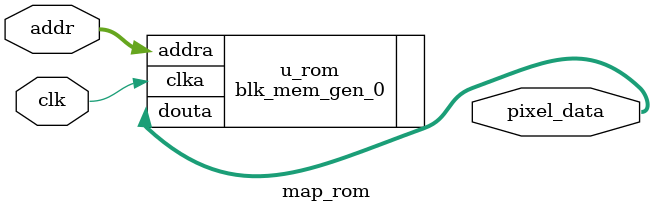
<source format=v>
module map_rom (
    input wire clk,
    input wire [18:0] addr,         // 640¡Á480 = 307200 µØÖ·¿Õ¼ä
    output wire [11:0] pixel_data   // Êä³öÏñËØÖµ£ºRRRR_GGGG_BBBB
);
    // ÊµÀý»¯ Vivado IP Éú³ÉµÄÄ£¿é
    blk_mem_gen_0 u_rom (
        .clka(clk),
        .addra(addr),
        .douta(pixel_data)
    );
endmodule

</source>
